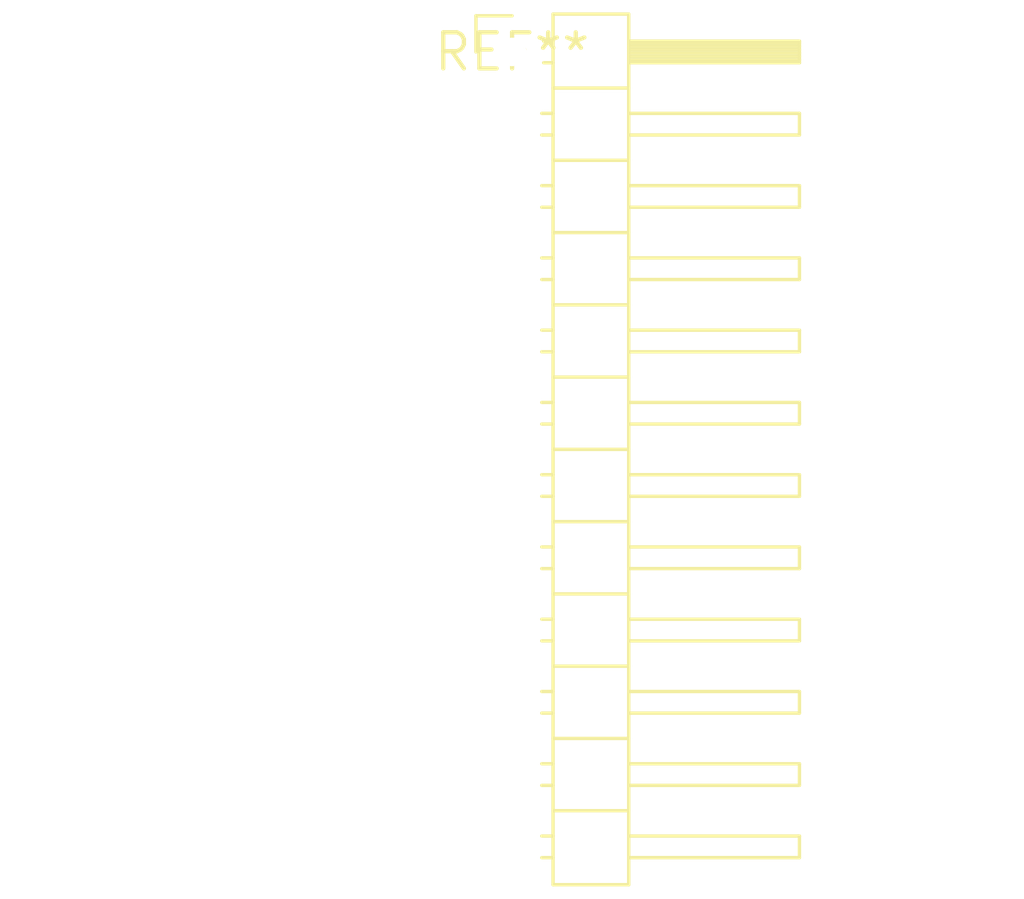
<source format=kicad_pcb>
(kicad_pcb (version 20240108) (generator pcbnew)
  (layers (0 "F.Cu" signal) (31 "B.Cu" signal) (34 "B.Paste" user) (35 "F.Paste" user) (36 "B.SilkS" user "B.Silkscreen") (37 "F.SilkS" user "F.Silkscreen") (38 "B.Mask" user) (39 "F.Mask" user) (44 "Edge.Cuts" user))
  (net 0 "")
  (footprint "PinHeader_1x12_P2.54mm_Horizontal" (layer "F.Cu") (at 0 0)
    (property "Reference" "REF**")
    (property "Value" "PinHeader_1x12_P2.54mm_Horizontal")
    (fp_line (start -1.27 -1.27) (end 0 -1.27) (layer "F.SilkS") (stroke (width 0.12)))
    (fp_line (start -1.27 0) (end -1.27 -1.27) (layer "F.SilkS") (stroke (width 0.12)))
    (fp_line (start 1.042929 2.16) (end 1.44 2.16) (layer "F.SilkS") (stroke (width 0.12)))
    (fp_line (start 1.042929 2.92) (end 1.44 2.92) (layer "F.SilkS") (stroke (width 0.12)))
    (fp_line (start 1.042929 4.7) (end 1.44 4.7) (layer "F.SilkS") (stroke (width 0.12)))
    (fp_line (start 1.042929 5.46) (end 1.44 5.46) (layer "F.SilkS") (stroke (width 0.12)))
    (fp_line (start 1.042929 7.24) (end 1.44 7.24) (layer "F.SilkS") (stroke (width 0.12)))
    (fp_line (start 1.042929 8) (end 1.44 8) (layer "F.SilkS") (stroke (width 0.12)))
    (fp_line (start 1.042929 9.78) (end 1.44 9.78) (layer "F.SilkS") (stroke (width 0.12)))
    (fp_line (start 1.042929 10.54) (end 1.44 10.54) (layer "F.SilkS") (stroke (width 0.12)))
    (fp_line (start 1.042929 12.32) (end 1.44 12.32) (layer "F.SilkS") (stroke (width 0.12)))
    (fp_line (start 1.042929 13.08) (end 1.44 13.08) (layer "F.SilkS") (stroke (width 0.12)))
    (fp_line (start 1.042929 14.86) (end 1.44 14.86) (layer "F.SilkS") (stroke (width 0.12)))
    (fp_line (start 1.042929 15.62) (end 1.44 15.62) (layer "F.SilkS") (stroke (width 0.12)))
    (fp_line (start 1.042929 17.4) (end 1.44 17.4) (layer "F.SilkS") (stroke (width 0.12)))
    (fp_line (start 1.042929 18.16) (end 1.44 18.16) (layer "F.SilkS") (stroke (width 0.12)))
    (fp_line (start 1.042929 19.94) (end 1.44 19.94) (layer "F.SilkS") (stroke (width 0.12)))
    (fp_line (start 1.042929 20.7) (end 1.44 20.7) (layer "F.SilkS") (stroke (width 0.12)))
    (fp_line (start 1.042929 22.48) (end 1.44 22.48) (layer "F.SilkS") (stroke (width 0.12)))
    (fp_line (start 1.042929 23.24) (end 1.44 23.24) (layer "F.SilkS") (stroke (width 0.12)))
    (fp_line (start 1.042929 25.02) (end 1.44 25.02) (layer "F.SilkS") (stroke (width 0.12)))
    (fp_line (start 1.042929 25.78) (end 1.44 25.78) (layer "F.SilkS") (stroke (width 0.12)))
    (fp_line (start 1.042929 27.56) (end 1.44 27.56) (layer "F.SilkS") (stroke (width 0.12)))
    (fp_line (start 1.042929 28.32) (end 1.44 28.32) (layer "F.SilkS") (stroke (width 0.12)))
    (fp_line (start 1.11 -0.38) (end 1.44 -0.38) (layer "F.SilkS") (stroke (width 0.12)))
    (fp_line (start 1.11 0.38) (end 1.44 0.38) (layer "F.SilkS") (stroke (width 0.12)))
    (fp_line (start 1.44 -1.33) (end 1.44 29.27) (layer "F.SilkS") (stroke (width 0.12)))
    (fp_line (start 1.44 1.27) (end 4.1 1.27) (layer "F.SilkS") (stroke (width 0.12)))
    (fp_line (start 1.44 3.81) (end 4.1 3.81) (layer "F.SilkS") (stroke (width 0.12)))
    (fp_line (start 1.44 6.35) (end 4.1 6.35) (layer "F.SilkS") (stroke (width 0.12)))
    (fp_line (start 1.44 8.89) (end 4.1 8.89) (layer "F.SilkS") (stroke (width 0.12)))
    (fp_line (start 1.44 11.43) (end 4.1 11.43) (layer "F.SilkS") (stroke (width 0.12)))
    (fp_line (start 1.44 13.97) (end 4.1 13.97) (layer "F.SilkS") (stroke (width 0.12)))
    (fp_line (start 1.44 16.51) (end 4.1 16.51) (layer "F.SilkS") (stroke (width 0.12)))
    (fp_line (start 1.44 19.05) (end 4.1 19.05) (layer "F.SilkS") (stroke (width 0.12)))
    (fp_line (start 1.44 21.59) (end 4.1 21.59) (layer "F.SilkS") (stroke (width 0.12)))
    (fp_line (start 1.44 24.13) (end 4.1 24.13) (layer "F.SilkS") (stroke (width 0.12)))
    (fp_line (start 1.44 26.67) (end 4.1 26.67) (layer "F.SilkS") (stroke (width 0.12)))
    (fp_line (start 1.44 29.27) (end 4.1 29.27) (layer "F.SilkS") (stroke (width 0.12)))
    (fp_line (start 4.1 -1.33) (end 1.44 -1.33) (layer "F.SilkS") (stroke (width 0.12)))
    (fp_line (start 4.1 -0.38) (end 10.1 -0.38) (layer "F.SilkS") (stroke (width 0.12)))
    (fp_line (start 4.1 -0.32) (end 10.1 -0.32) (layer "F.SilkS") (stroke (width 0.12)))
    (fp_line (start 4.1 -0.2) (end 10.1 -0.2) (layer "F.SilkS") (stroke (width 0.12)))
    (fp_line (start 4.1 -0.08) (end 10.1 -0.08) (layer "F.SilkS") (stroke (width 0.12)))
    (fp_line (start 4.1 0.04) (end 10.1 0.04) (layer "F.SilkS") (stroke (width 0.12)))
    (fp_line (start 4.1 0.16) (end 10.1 0.16) (layer "F.SilkS") (stroke (width 0.12)))
    (fp_line (start 4.1 0.28) (end 10.1 0.28) (layer "F.SilkS") (stroke (width 0.12)))
    (fp_line (start 4.1 2.16) (end 10.1 2.16) (layer "F.SilkS") (stroke (width 0.12)))
    (fp_line (start 4.1 4.7) (end 10.1 4.7) (layer "F.SilkS") (stroke (width 0.12)))
    (fp_line (start 4.1 7.24) (end 10.1 7.24) (layer "F.SilkS") (stroke (width 0.12)))
    (fp_line (start 4.1 9.78) (end 10.1 9.78) (layer "F.SilkS") (stroke (width 0.12)))
    (fp_line (start 4.1 12.32) (end 10.1 12.32) (layer "F.SilkS") (stroke (width 0.12)))
    (fp_line (start 4.1 14.86) (end 10.1 14.86) (layer "F.SilkS") (stroke (width 0.12)))
    (fp_line (start 4.1 17.4) (end 10.1 17.4) (layer "F.SilkS") (stroke (width 0.12)))
    (fp_line (start 4.1 19.94) (end 10.1 19.94) (layer "F.SilkS") (stroke (width 0.12)))
    (fp_line (start 4.1 22.48) (end 10.1 22.48) (layer "F.SilkS") (stroke (width 0.12)))
    (fp_line (start 4.1 25.02) (end 10.1 25.02) (layer "F.SilkS") (stroke (width 0.12)))
    (fp_line (start 4.1 27.56) (end 10.1 27.56) (layer "F.SilkS") (stroke (width 0.12)))
    (fp_line (start 4.1 29.27) (end 4.1 -1.33) (layer "F.SilkS") (stroke (width 0.12)))
    (fp_line (start 10.1 -0.38) (end 10.1 0.38) (layer "F.SilkS") (stroke (width 0.12)))
    (fp_line (start 10.1 0.38) (end 4.1 0.38) (layer "F.SilkS") (stroke (width 0.12)))
    (fp_line (start 10.1 2.16) (end 10.1 2.92) (layer "F.SilkS") (stroke (width 0.12)))
    (fp_line (start 10.1 2.92) (end 4.1 2.92) (layer "F.SilkS") (stroke (width 0.12)))
    (fp_line (start 10.1 4.7) (end 10.1 5.46) (layer "F.SilkS") (stroke (width 0.12)))
    (fp_line (start 10.1 5.46) (end 4.1 5.46) (layer "F.SilkS") (stroke (width 0.12)))
    (fp_line (start 10.1 7.24) (end 10.1 8) (layer "F.SilkS") (stroke (width 0.12)))
    (fp_line (start 10.1 8) (end 4.1 8) (layer "F.SilkS") (stroke (width 0.12)))
    (fp_line (start 10.1 9.78) (end 10.1 10.54) (layer "F.SilkS") (stroke (width 0.12)))
    (fp_line (start 10.1 10.54) (end 4.1 10.54) (layer "F.SilkS") (stroke (width 0.12)))
    (fp_line (start 10.1 12.32) (end 10.1 13.08) (layer "F.SilkS") (stroke (width 0.12)))
    (fp_line (start 10.1 13.08) (end 4.1 13.08) (layer "F.SilkS") (stroke (width 0.12)))
    (fp_line (start 10.1 14.86) (end 10.1 15.62) (layer "F.SilkS") (stroke (width 0.12)))
    (fp_line (start 10.1 15.62) (end 4.1 15.62) (layer "F.SilkS") (stroke (width 0.12)))
    (fp_line (start 10.1 17.4) (end 10.1 18.16) (layer "F.SilkS") (stroke (width 0.12)))
    (fp_line (start 10.1 18.16) (end 4.1 18.16) (layer "F.SilkS") (stroke (width 0.12)))
    (fp_line (start 10.1 19.94) (end 10.1 20.7) (layer "F.SilkS") (stroke (width 0.12)))
    (fp_line (start 10.1 20.7) (end 4.1 20.7) (layer "F.SilkS") (stroke (width 0.12)))
    (fp_line (start 10.1 22.48) (end 10.1 23.24) (layer "F.SilkS") (stroke (width 0.12)))
    (fp_line (start 10.1 23.24) (end 4.1 23.24) (layer "F.SilkS") (stroke (width 0.12)))
    (fp_line (start 10.1 25.02) (end 10.1 25.78) (layer "F.SilkS") (stroke (width 0.12)))
    (fp_line (start 10.1 25.78) (end 4.1 25.78) (layer "F.SilkS") (stroke (width 0.12)))
    (fp_line (start 10.1 27.56) (end 10.1 28.32) (layer "F.SilkS") (stroke (width 0.12)))
    (fp_line (start 10.1 28.32) (end 4.1 28.32) (layer "F.SilkS") (stroke (width 0.12)))
    (pad "1" thru_hole rect (at 0 0) (size 1.7 1.7) (drill 1) (layers *.Cu *.Mask) (remove_unused_layers))
    (pad "2" thru_hole oval (at 0 2.54) (size 1.7 1.7) (drill 1) (layers *.Cu *.Mask) (remove_unused_layers))
    (pad "3" thru_hole oval (at 0 5.08) (size 1.7 1.7) (drill 1) (layers *.Cu *.Mask) (remove_unused_layers))
    (pad "4" thru_hole oval (at 0 7.62) (size 1.7 1.7) (drill 1) (layers *.Cu *.Mask) (remove_unused_layers))
    (pad "5" thru_hole oval (at 0 10.16) (size 1.7 1.7) (drill 1) (layers *.Cu *.Mask) (remove_unused_layers))
    (pad "6" thru_hole oval (at 0 12.7) (size 1.7 1.7) (drill 1) (layers *.Cu *.Mask) (remove_unused_layers))
    (pad "7" thru_hole oval (at 0 15.24) (size 1.7 1.7) (drill 1) (layers *.Cu *.Mask) (remove_unused_layers))
    (pad "8" thru_hole oval (at 0 17.78) (size 1.7 1.7) (drill 1) (layers *.Cu *.Mask) (remove_unused_layers))
    (pad "9" thru_hole oval (at 0 20.32) (size 1.7 1.7) (drill 1) (layers *.Cu *.Mask) (remove_unused_layers))
    (pad "10" thru_hole oval (at 0 22.86) (size 1.7 1.7) (drill 1) (layers *.Cu *.Mask) (remove_unused_layers))
    (pad "11" thru_hole oval (at 0 25.4) (size 1.7 1.7) (drill 1) (layers *.Cu *.Mask) (remove_unused_layers))
    (pad "12" thru_hole oval (at 0 27.94) (size 1.7 1.7) (drill 1) (layers *.Cu *.Mask) (remove_unused_layers))
  )
)
</source>
